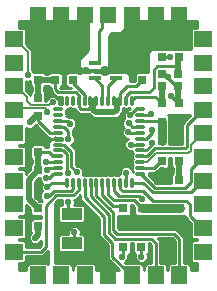
<source format=gtl>
%FSLAX46Y46*%
G04 Gerber Fmt 4.6, Leading zero omitted, Abs format (unit mm)*
G04 Created by KiCad (PCBNEW (2014-jul-16 BZR unknown)-product) date Wed 11 Feb 2015 12:50:59 PM CET*
%MOMM*%
G01*
G04 APERTURE LIST*
%ADD10C,0.150000*%
%ADD11R,0.762000X0.787400*%
%ADD12R,0.787400X0.762000*%
%ADD13R,1.800000X1.000000*%
%ADD14O,0.280000X0.850000*%
%ADD15O,0.850000X0.280000*%
%ADD16R,1.150000X1.150000*%
%ADD17R,1.000760X0.398780*%
%ADD18R,1.500000X1.400000*%
%ADD19R,1.400000X1.500000*%
%ADD20R,0.750000X0.650000*%
%ADD21R,1.400000X1.400000*%
%ADD22C,0.558800*%
%ADD23C,0.876300*%
%ADD24C,0.254000*%
%ADD25C,0.508000*%
%ADD26C,0.203200*%
%ADD27C,0.152400*%
%ADD28C,0.762000*%
%ADD29C,0.406400*%
%ADD30C,0.228600*%
G04 APERTURE END LIST*
D10*
D11*
X167030000Y-119619300D03*
X167030000Y-118120700D03*
X168640000Y-119619300D03*
X168640000Y-118120700D03*
X170250000Y-119619300D03*
X170250000Y-118120700D03*
D12*
X170169300Y-110790000D03*
X168670700Y-110790000D03*
D11*
X158198200Y-105738100D03*
X158198200Y-107236700D03*
D12*
X170169300Y-112410000D03*
X168670700Y-112410000D03*
D11*
X159670000Y-105740700D03*
X159670000Y-107239300D03*
X167050000Y-105740700D03*
X167050000Y-107239300D03*
X158200000Y-114910700D03*
X158200000Y-116409300D03*
X158200000Y-113369300D03*
X158200000Y-111870700D03*
X165430000Y-118120700D03*
X165430000Y-119619300D03*
D12*
X168670700Y-105330000D03*
X170169300Y-105330000D03*
X170169300Y-109210000D03*
X168670700Y-109210000D03*
X168670700Y-115710000D03*
X170169300Y-115710000D03*
X170169300Y-114100000D03*
X168670700Y-114100000D03*
D11*
X161170000Y-105740700D03*
X161170000Y-107239300D03*
D12*
X165450700Y-121400000D03*
X166949300Y-121400000D03*
D13*
X161060000Y-118560000D03*
X161060000Y-121060000D03*
D14*
X160661720Y-115943520D03*
X161162100Y-115943520D03*
X161662480Y-115943520D03*
X162162860Y-115943520D03*
X162660700Y-115943520D03*
X163161080Y-115943520D03*
X163661460Y-115943520D03*
X164161840Y-115943520D03*
X164662220Y-115943520D03*
X165162600Y-115943520D03*
X165662980Y-115943520D03*
X166160820Y-115943520D03*
X162157780Y-108996480D03*
X161659940Y-108996480D03*
X161159560Y-108996480D03*
X160659180Y-108996480D03*
D15*
X166886060Y-113219300D03*
X166886060Y-112721460D03*
X166886060Y-112221080D03*
X166886060Y-111720700D03*
X166886060Y-111220320D03*
X166886060Y-110719940D03*
X166886060Y-110219560D03*
X166886060Y-109719180D03*
X166886060Y-115218280D03*
X166886060Y-114717900D03*
X166886060Y-114217520D03*
X166886060Y-113719680D03*
D14*
X166158280Y-108996480D03*
X165657900Y-108996480D03*
X165160060Y-108996480D03*
X164659680Y-108996480D03*
X164159300Y-108996480D03*
X163658920Y-108996480D03*
X163158540Y-108996480D03*
X162658160Y-108996480D03*
D15*
X159936480Y-109719180D03*
X159936480Y-110219560D03*
X159936480Y-110719940D03*
X159936480Y-111217780D03*
X159936480Y-111718160D03*
X159936480Y-112218540D03*
X159936480Y-112718920D03*
X159936480Y-113219300D03*
X159936480Y-113719680D03*
X159936480Y-114220060D03*
X159936480Y-114717900D03*
X159936480Y-115218280D03*
D16*
X161931720Y-113948280D03*
X161931720Y-112470000D03*
X161931720Y-110991720D03*
X163410000Y-113948280D03*
X163410000Y-112470000D03*
X163410000Y-110991720D03*
X164888280Y-113948280D03*
X164888280Y-112470000D03*
X164888280Y-110991720D03*
D17*
X164803400Y-107100480D03*
X164803400Y-106450240D03*
X164803400Y-105800000D03*
X163000000Y-105800000D03*
X163000000Y-106450240D03*
X163000000Y-107100480D03*
D11*
X158200000Y-108780700D03*
X158200000Y-110279300D03*
X158200000Y-118130700D03*
X158200000Y-119629300D03*
D18*
X156184600Y-103777400D03*
X156184600Y-105777400D03*
X156184600Y-107777400D03*
X156184600Y-109777400D03*
X156184600Y-111777400D03*
X156184600Y-113777400D03*
X156184600Y-115777400D03*
X156184600Y-117777400D03*
X156184600Y-119777400D03*
X156184600Y-121777400D03*
X172180000Y-103781400D03*
X172180000Y-105781400D03*
X172180000Y-107781400D03*
X172180000Y-109781400D03*
X172180000Y-111781400D03*
X172180000Y-113781400D03*
X172180000Y-115781400D03*
X172180000Y-117781400D03*
X172180000Y-119781400D03*
X172180000Y-121781400D03*
D19*
X158181400Y-123780000D03*
X160181400Y-123780000D03*
X162181400Y-123780000D03*
X164181400Y-123780000D03*
X166181400Y-123780000D03*
X168181400Y-123780000D03*
X170181400Y-123780000D03*
D20*
X170050000Y-107760000D03*
X168750000Y-107760000D03*
X168750000Y-106760000D03*
X170050000Y-106760000D03*
D21*
X158181400Y-101780000D03*
X160181400Y-101780000D03*
X162181400Y-101780000D03*
X164181400Y-101780000D03*
X166181400Y-101780000D03*
X168181400Y-101780000D03*
X170181400Y-101780000D03*
D22*
X160770000Y-112280000D03*
X165300000Y-122220000D03*
X167000000Y-117310000D03*
X165670000Y-115120000D03*
X158950000Y-117070000D03*
X159010000Y-116340000D03*
X158910000Y-115590000D03*
X159000000Y-114880000D03*
X158890000Y-114180000D03*
X159000000Y-109940000D03*
X166020000Y-110230000D03*
X167750000Y-110150000D03*
X159470000Y-109150000D03*
X165880000Y-110920000D03*
X165870000Y-111680000D03*
X157340000Y-106840000D03*
X167870000Y-111480000D03*
X166070000Y-112720000D03*
X167860000Y-112560000D03*
X160950000Y-110950000D03*
D23*
X163620000Y-121460000D03*
D22*
X163210000Y-119050000D03*
X157860000Y-122320000D03*
X159140000Y-108440000D03*
X157380000Y-107980000D03*
X158170000Y-117150000D03*
X157360000Y-119660000D03*
X166150000Y-122510000D03*
X156920000Y-102530000D03*
X171440000Y-102500000D03*
X170900000Y-120790000D03*
X171430000Y-123050000D03*
X156940000Y-123040000D03*
X157400000Y-112390000D03*
D23*
X158950000Y-105738100D03*
X160430000Y-105740700D03*
D22*
X169260000Y-107040000D03*
X169470000Y-108580000D03*
D23*
X167040000Y-104890000D03*
D22*
X169360000Y-105340000D03*
X166230000Y-119619300D03*
X167830000Y-119619300D03*
X169440000Y-119619300D03*
X168740000Y-114890000D03*
X169530000Y-111460000D03*
X165540000Y-105760000D03*
X166380000Y-106460000D03*
X165550000Y-106450000D03*
X166380000Y-105790000D03*
D23*
X163890000Y-106450240D03*
D22*
X161400000Y-106430000D03*
X162280000Y-106440000D03*
X161931720Y-112470000D03*
X163410000Y-112470000D03*
X164888280Y-112470000D03*
X164888280Y-113948280D03*
X163410000Y-113948280D03*
X161931720Y-113948280D03*
X163410000Y-110991720D03*
X164888280Y-110991720D03*
X162110000Y-111140000D03*
D23*
X170180000Y-103770000D03*
X168180000Y-103760000D03*
X166180000Y-103770000D03*
X158180000Y-103770000D03*
X160180000Y-103770000D03*
X162190000Y-103770000D03*
X164820000Y-104900000D03*
X169240000Y-121860000D03*
D22*
X159150000Y-112370000D03*
X157500000Y-110850000D03*
X157970000Y-120610000D03*
X166950000Y-122210000D03*
X167830000Y-118120700D03*
X169440000Y-118120700D03*
X168670700Y-111580000D03*
X160760000Y-115090000D03*
X160770000Y-117610000D03*
X161520000Y-115080000D03*
X161280000Y-120140000D03*
D24*
X159936480Y-111217780D02*
X160447780Y-111217780D01*
X160770000Y-111540000D02*
X160770000Y-112280000D01*
X160447780Y-111217780D02*
X160770000Y-111540000D01*
D25*
X159779300Y-123377900D02*
X160181400Y-123780000D01*
D24*
X165450700Y-122069300D02*
X165300000Y-122220000D01*
X165450700Y-121400000D02*
X165450700Y-122069300D01*
X164181400Y-101978600D02*
X164181400Y-101780000D01*
X163610000Y-102351400D02*
X164181400Y-101780000D01*
X163610000Y-102880000D02*
X163610000Y-102351400D01*
X163370000Y-103120000D02*
X163610000Y-102880000D01*
X163370000Y-105640000D02*
X163370000Y-103120000D01*
X163210000Y-105800000D02*
X163370000Y-105640000D01*
X163000000Y-105800000D02*
X163210000Y-105800000D01*
X164662220Y-116672220D02*
X165040000Y-117050000D01*
X165040000Y-117050000D02*
X166740000Y-117050000D01*
X166740000Y-117050000D02*
X167000000Y-117310000D01*
X164662220Y-115943520D02*
X164662220Y-116672220D01*
X165162600Y-116442600D02*
X165380000Y-116660000D01*
X166150000Y-116660000D02*
X166160000Y-116660000D01*
X165380000Y-116660000D02*
X166150000Y-116660000D01*
X165162600Y-115943520D02*
X165162600Y-116442600D01*
X172071400Y-119781400D02*
X172180000Y-119781400D01*
X167120000Y-116660000D02*
X167920000Y-117460000D01*
X167920000Y-117460000D02*
X170780000Y-117460000D01*
X170780000Y-117460000D02*
X171070000Y-117750000D01*
X171070000Y-117750000D02*
X171070000Y-118780000D01*
X171070000Y-118780000D02*
X172071400Y-119781400D01*
X166150000Y-116660000D02*
X167120000Y-116660000D01*
X172148600Y-113781400D02*
X172180000Y-113781400D01*
X171160000Y-114770000D02*
X172148600Y-113781400D01*
X171160000Y-115880000D02*
X171160000Y-114770000D01*
X166938280Y-115218280D02*
X168080000Y-116360000D01*
X166886060Y-115218280D02*
X166938280Y-115218280D01*
X170680000Y-116360000D02*
X171160000Y-115880000D01*
X168080000Y-116360000D02*
X170680000Y-116360000D01*
X172180000Y-115800000D02*
X172180000Y-115781400D01*
X167103520Y-115943520D02*
X167915000Y-116755000D01*
X166160820Y-115943520D02*
X167103520Y-115943520D01*
X172108600Y-115781400D02*
X172180000Y-115781400D01*
X171135000Y-116755000D02*
X172108600Y-115781400D01*
X167915000Y-116755000D02*
X171135000Y-116755000D01*
X165662980Y-115127020D02*
X165670000Y-115120000D01*
X165662980Y-115943520D02*
X165662980Y-115127020D01*
X163161080Y-117049898D02*
X164280000Y-118168818D01*
X164280000Y-118168818D02*
X164280000Y-118170000D01*
X164280000Y-118170000D02*
X164590000Y-118480000D01*
X164590000Y-118480000D02*
X164590000Y-119710000D01*
X170181400Y-121211400D02*
X170181400Y-123780000D01*
X163161080Y-115943520D02*
X163161080Y-117049898D01*
X170181400Y-120751400D02*
X170181400Y-121211400D01*
X164590000Y-119920000D02*
X164940000Y-120270000D01*
X164940000Y-120270000D02*
X169700000Y-120270000D01*
X169700000Y-120270000D02*
X170181400Y-120751400D01*
X164590000Y-119710000D02*
X164590000Y-119920000D01*
X162660700Y-117110700D02*
X164200000Y-118650000D01*
X164200000Y-118650000D02*
X164200000Y-119750000D01*
X168181400Y-121621400D02*
X168181400Y-123780000D01*
X162660700Y-115943520D02*
X162660700Y-117110700D01*
X164200000Y-120150000D02*
X164730000Y-120680000D01*
X168181400Y-121051400D02*
X168181400Y-121621400D01*
X164200000Y-119750000D02*
X164200000Y-120150000D01*
X167810000Y-120680000D02*
X168181400Y-121051400D01*
X164730000Y-120680000D02*
X167810000Y-120680000D01*
X161662480Y-116557520D02*
X161200000Y-117020000D01*
X161200000Y-117020000D02*
X159770000Y-117020000D01*
X159770000Y-117020000D02*
X158850000Y-117940000D01*
X158850000Y-117940000D02*
X158850000Y-121370000D01*
X158850000Y-121370000D02*
X158442600Y-121777400D01*
X158442600Y-121777400D02*
X156184600Y-121777400D01*
X161662480Y-115943520D02*
X161662480Y-116557520D01*
X161162100Y-115943520D02*
X161162100Y-116457900D01*
X159130000Y-117070000D02*
X158950000Y-117070000D01*
X159570000Y-116630000D02*
X159130000Y-117070000D01*
X160990000Y-116630000D02*
X159570000Y-116630000D01*
X161162100Y-116457900D02*
X160990000Y-116630000D01*
X160661720Y-115943520D02*
X159406480Y-115943520D01*
X159406480Y-115943520D02*
X159010000Y-116340000D01*
X159936480Y-115218280D02*
X159511720Y-115218280D01*
X159511720Y-115218280D02*
X159140000Y-115590000D01*
X159140000Y-115590000D02*
X158910000Y-115590000D01*
X159936480Y-114717900D02*
X159162100Y-114717900D01*
X159162100Y-114717900D02*
X159000000Y-114880000D01*
X159936480Y-114220060D02*
X158930060Y-114220060D01*
X158930060Y-114220060D02*
X158890000Y-114180000D01*
X166886060Y-109719180D02*
X166530820Y-109719180D01*
D26*
X159000000Y-109940000D02*
X159000000Y-109950000D01*
D27*
X156302000Y-109660000D02*
X156184600Y-109777400D01*
X159000000Y-109869402D02*
X158790598Y-109660000D01*
X158790598Y-109660000D02*
X156302000Y-109660000D01*
X159000000Y-109940000D02*
X159000000Y-109869402D01*
D24*
X166530820Y-109719180D02*
X166020000Y-110230000D01*
D27*
X157565000Y-109325000D02*
X157270000Y-109030000D01*
X157270000Y-108700000D02*
X156347400Y-107777400D01*
X157270000Y-109030000D02*
X157270000Y-108700000D01*
X157620000Y-109380000D02*
X157565000Y-109325000D01*
D24*
X167680440Y-110219560D02*
X167750000Y-110150000D01*
X166886060Y-110219560D02*
X167680440Y-110219560D01*
X156537400Y-107777400D02*
X156184600Y-107777400D01*
D27*
X159390000Y-109150000D02*
X159160000Y-109380000D01*
X159160000Y-109380000D02*
X157620000Y-109380000D01*
X159470000Y-109150000D02*
X159390000Y-109150000D01*
X156347400Y-107777400D02*
X156184600Y-107777400D01*
D24*
X166180320Y-111220320D02*
X165880000Y-110920000D01*
X166886060Y-111220320D02*
X166180320Y-111220320D01*
X166886060Y-111720700D02*
X165910700Y-111720700D01*
X165910700Y-111720700D02*
X165870000Y-111680000D01*
D26*
X156247400Y-103777400D02*
X156184600Y-103777400D01*
X157340000Y-106840000D02*
X157350000Y-106830000D01*
X157350000Y-106830000D02*
X157350000Y-104880000D01*
X157350000Y-104880000D02*
X156247400Y-103777400D01*
D24*
X167368920Y-112221080D02*
X167870000Y-111720000D01*
X167870000Y-111720000D02*
X167870000Y-111480000D01*
X166886060Y-112221080D02*
X167368920Y-112221080D01*
X166071460Y-112721460D02*
X166070000Y-112720000D01*
X166886060Y-112721460D02*
X166071460Y-112721460D01*
X167360700Y-113219300D02*
X167860000Y-112720000D01*
X167860000Y-112720000D02*
X167860000Y-112560000D01*
X166886060Y-113219300D02*
X167360700Y-113219300D01*
X172098600Y-109781400D02*
X172180000Y-109781400D01*
X167410320Y-113719680D02*
X168080000Y-113050000D01*
X168080000Y-113050000D02*
X170690000Y-113050000D01*
X170690000Y-113050000D02*
X170834398Y-112905602D01*
X170834398Y-112905602D02*
X170834398Y-111045602D01*
X170834398Y-111045602D02*
X172098600Y-109781400D01*
X166886060Y-113719680D02*
X167410320Y-113719680D01*
D27*
X172180000Y-112020000D02*
X172180000Y-111781400D01*
X172108600Y-111781400D02*
X172180000Y-111781400D01*
D26*
X172128600Y-111781400D02*
X172180000Y-111781400D01*
X168170000Y-113470000D02*
X170950000Y-113470000D01*
X170950000Y-113470000D02*
X171190000Y-113230000D01*
X171190000Y-113230000D02*
X171190000Y-112720000D01*
X171190000Y-112720000D02*
X172128600Y-111781400D01*
X166886060Y-114217520D02*
X167422480Y-114217520D01*
X168170000Y-113470000D02*
X167422480Y-114217520D01*
D24*
X168650000Y-114100000D02*
X168670700Y-114100000D01*
X168032100Y-114717900D02*
X168650000Y-114100000D01*
X166886060Y-114717900D02*
X168032100Y-114717900D01*
X163100480Y-107100480D02*
X162960000Y-107100480D01*
X163658920Y-107759400D02*
X163000000Y-107100480D01*
X163658920Y-108996480D02*
X163658920Y-107759400D01*
X164699520Y-107100480D02*
X164763400Y-107100480D01*
X164159300Y-107744580D02*
X164803400Y-107100480D01*
X164159300Y-108996480D02*
X164159300Y-107744580D01*
X159936480Y-110719940D02*
X160719940Y-110719940D01*
X160719940Y-110719940D02*
X160950000Y-110950000D01*
X158200000Y-117120000D02*
X158170000Y-117150000D01*
X158200000Y-116409300D02*
X158200000Y-117120000D01*
D25*
X170349300Y-119619300D02*
X170900000Y-120170000D01*
X170900000Y-120170000D02*
X170900000Y-120790000D01*
D28*
X166230000Y-119619300D02*
X165430000Y-119619300D01*
X167030000Y-119619300D02*
X166230000Y-119619300D01*
X169440000Y-119619300D02*
X170250000Y-119619300D01*
X168640000Y-119619300D02*
X169440000Y-119619300D01*
X167830000Y-119619300D02*
X168640000Y-119619300D01*
X167030000Y-119619300D02*
X167830000Y-119619300D01*
D24*
X158547840Y-112218540D02*
X158200000Y-111870700D01*
X159936480Y-112218540D02*
X158547840Y-112218540D01*
D28*
X170169300Y-111500000D02*
X170169300Y-112410000D01*
X170169300Y-110790000D02*
X170169300Y-111500000D01*
D25*
X170050000Y-109090700D02*
X170169300Y-109210000D01*
X170050000Y-107760000D02*
X170050000Y-109090700D01*
D24*
X168880000Y-106760000D02*
X168750000Y-106760000D01*
X169880000Y-107760000D02*
X168880000Y-106760000D01*
X170050000Y-107760000D02*
X169880000Y-107760000D01*
X157919300Y-111870700D02*
X157400000Y-112390000D01*
X158200000Y-111870700D02*
X157919300Y-111870700D01*
D25*
X159667400Y-105738100D02*
X159670000Y-105740700D01*
X158950000Y-105738100D02*
X159667400Y-105738100D01*
X158198200Y-105738100D02*
X158950000Y-105738100D01*
X160430000Y-105740700D02*
X161170000Y-105740700D01*
X159670000Y-105740700D02*
X160430000Y-105740700D01*
D29*
X163890000Y-106450240D02*
X164803400Y-106450240D01*
X163000000Y-106450240D02*
X163890000Y-106450240D01*
D24*
X168980000Y-106760000D02*
X169260000Y-107040000D01*
X168750000Y-106760000D02*
X168980000Y-106760000D01*
X170100000Y-109210000D02*
X169470000Y-108580000D01*
X170169300Y-109210000D02*
X170100000Y-109210000D01*
X167050000Y-104900000D02*
X167040000Y-104890000D01*
X167050000Y-105740700D02*
X167050000Y-104900000D01*
X169350000Y-105330000D02*
X169360000Y-105340000D01*
X168670700Y-105330000D02*
X169350000Y-105330000D01*
X168670700Y-114959300D02*
X168740000Y-114890000D01*
X168670700Y-115710000D02*
X168670700Y-114959300D01*
X169570000Y-111500000D02*
X169530000Y-111460000D01*
X170169300Y-111500000D02*
X169570000Y-111500000D01*
X165540000Y-105760000D02*
X165500000Y-105800000D01*
X165500000Y-105800000D02*
X164803400Y-105800000D01*
X166380000Y-105790000D02*
X166380000Y-106460000D01*
X166370000Y-106450000D02*
X166380000Y-106460000D01*
X164803400Y-106450240D02*
X165549760Y-106450240D01*
X165549760Y-106450240D02*
X165550000Y-106450000D01*
X165550000Y-106450000D02*
X166370000Y-106450000D01*
X161410000Y-106440000D02*
X161400000Y-106430000D01*
X163000000Y-106450240D02*
X162290240Y-106450240D01*
X162290240Y-106450240D02*
X162280000Y-106440000D01*
X162280000Y-106440000D02*
X161410000Y-106440000D01*
D25*
X170250000Y-119619300D02*
X170349300Y-119619300D01*
D24*
X164803400Y-104916600D02*
X164820000Y-104900000D01*
X164803400Y-105800000D02*
X164803400Y-104916600D01*
X159301460Y-112218540D02*
X159150000Y-112370000D01*
X159936480Y-112218540D02*
X159301460Y-112218540D01*
D25*
X158070700Y-110279300D02*
X157500000Y-110850000D01*
X158200000Y-120380000D02*
X157970000Y-120610000D01*
X158200000Y-119629300D02*
X158200000Y-120380000D01*
D28*
X169440000Y-118120700D02*
X170250000Y-118120700D01*
X168640000Y-118120700D02*
X169440000Y-118120700D01*
X167830000Y-118120700D02*
X168640000Y-118120700D01*
X167030000Y-118120700D02*
X167830000Y-118120700D01*
D24*
X164161840Y-115943520D02*
X164161840Y-116490000D01*
X166349300Y-117440000D02*
X167030000Y-118120700D01*
X165490000Y-117440000D02*
X166349300Y-117440000D01*
X159208160Y-111718160D02*
X158200000Y-110710000D01*
X158200000Y-110710000D02*
X158200000Y-110279300D01*
X159936480Y-111718160D02*
X159208160Y-111718160D01*
D28*
X168670700Y-111580000D02*
X168670700Y-110790000D01*
X168670700Y-112410000D02*
X168670700Y-111580000D01*
D24*
X168600640Y-110719940D02*
X168670700Y-110790000D01*
X166886060Y-110719940D02*
X168600640Y-110719940D01*
X164650000Y-117440000D02*
X164160000Y-116950000D01*
X164160000Y-116950000D02*
X164160000Y-116490000D01*
X164160000Y-116490000D02*
X164161840Y-116490000D01*
X165490000Y-117440000D02*
X164650000Y-117440000D01*
X166949300Y-122209300D02*
X166950000Y-122210000D01*
X166949300Y-121400000D02*
X166949300Y-122209300D01*
D25*
X158200000Y-110279300D02*
X158070700Y-110279300D01*
D24*
X162910000Y-108996480D02*
X163158540Y-108996480D01*
X162900000Y-108996480D02*
X162910000Y-108996480D01*
X162658160Y-108996480D02*
X162900000Y-108996480D01*
X161659940Y-109509940D02*
X161880000Y-109730000D01*
X161880000Y-109730000D02*
X162440000Y-109730000D01*
X162440000Y-109730000D02*
X162658160Y-109511840D01*
X162658160Y-109511840D02*
X162658160Y-108996480D01*
X161659940Y-108996480D02*
X161659940Y-109509940D01*
X164920000Y-108996480D02*
X165160060Y-108996480D01*
X164900000Y-108996480D02*
X164920000Y-108996480D01*
X164659680Y-108996480D02*
X164900000Y-108996480D01*
D25*
X162900000Y-109760000D02*
X163130000Y-109990000D01*
X163130000Y-109990000D02*
X164670000Y-109990000D01*
X164670000Y-109990000D02*
X164900000Y-109760000D01*
X164900000Y-109760000D02*
X164900000Y-108996480D01*
X162900000Y-108996480D02*
X162900000Y-109760000D01*
D24*
X161659940Y-108569940D02*
X161390000Y-108300000D01*
X161390000Y-108300000D02*
X159940000Y-108300000D01*
X159940000Y-108300000D02*
X159670000Y-108030000D01*
X159670000Y-108030000D02*
X159670000Y-107239300D01*
X161659940Y-108996480D02*
X161659940Y-108569940D01*
X165160060Y-108339940D02*
X165750000Y-107750000D01*
X165750000Y-107750000D02*
X166539300Y-107750000D01*
X166539300Y-107750000D02*
X167050000Y-107239300D01*
X165160060Y-108996480D02*
X165160060Y-108339940D01*
D25*
X158200000Y-107238500D02*
X158198200Y-107236700D01*
X158200000Y-108780700D02*
X158200000Y-107238500D01*
X159667400Y-107236700D02*
X159670000Y-107239300D01*
X158198200Y-107236700D02*
X159667400Y-107236700D01*
D24*
X159936480Y-113719680D02*
X159489680Y-113719680D01*
X159130000Y-113360000D02*
X158209300Y-113360000D01*
X159489680Y-113719680D02*
X159130000Y-113360000D01*
X158209300Y-113360000D02*
X158200000Y-113369300D01*
D25*
X158200000Y-113369300D02*
X158200000Y-114910700D01*
X157410000Y-115700700D02*
X158200000Y-114910700D01*
X157410000Y-117330000D02*
X157410000Y-115700700D01*
X158200000Y-118120000D02*
X157410000Y-117330000D01*
X158200000Y-118130700D02*
X158200000Y-118120000D01*
D24*
X163661460Y-115943520D02*
X163661460Y-117011460D01*
X163661460Y-117011460D02*
X163715000Y-117065000D01*
X163715000Y-117065000D02*
X164295000Y-117645000D01*
X165219300Y-117910000D02*
X165430000Y-118120700D01*
X164560000Y-117910000D02*
X165219300Y-117910000D01*
X164295000Y-117645000D02*
X164560000Y-117910000D01*
D25*
X170050000Y-106360000D02*
X170050000Y-105449300D01*
X170050000Y-106760000D02*
X170050000Y-106360000D01*
X170050000Y-105449300D02*
X170169300Y-105330000D01*
D24*
X169780000Y-106090000D02*
X170050000Y-106360000D01*
X168330000Y-106090000D02*
X169780000Y-106090000D01*
X168040000Y-106380000D02*
X168330000Y-106090000D01*
X168040000Y-107900000D02*
X168040000Y-106380000D01*
X167650000Y-108290000D02*
X168040000Y-107900000D01*
X166010000Y-108290000D02*
X167650000Y-108290000D01*
X165657900Y-108642100D02*
X166010000Y-108290000D01*
X165657900Y-108996480D02*
X165657900Y-108642100D01*
D25*
X168750000Y-109130700D02*
X168670700Y-109210000D01*
X168750000Y-107760000D02*
X168750000Y-109130700D01*
D24*
X168140700Y-108680000D02*
X168670700Y-109210000D01*
X166440000Y-108680000D02*
X168140700Y-108680000D01*
X166158280Y-108961720D02*
X166440000Y-108680000D01*
X166158280Y-108996480D02*
X166158280Y-108961720D01*
D25*
X170169300Y-114100000D02*
X170169300Y-115710000D01*
D24*
X161170000Y-107520000D02*
X161170000Y-107239300D01*
X162157780Y-108507780D02*
X161170000Y-107520000D01*
X162157780Y-108996480D02*
X162157780Y-108507780D01*
X159936480Y-113219300D02*
X160369300Y-113219300D01*
X160630000Y-114960000D02*
X160760000Y-115090000D01*
X160630000Y-113480000D02*
X160630000Y-114960000D01*
X160369300Y-113219300D02*
X160630000Y-113480000D01*
X161030000Y-118290000D02*
X161610000Y-118870000D01*
X161030000Y-118530000D02*
X161060000Y-118560000D01*
X160750000Y-118250000D02*
X161060000Y-118560000D01*
X160770000Y-117610000D02*
X160750000Y-117630000D01*
X160750000Y-117630000D02*
X160750000Y-118250000D01*
X159936480Y-112718920D02*
X160438920Y-112718920D01*
X160438920Y-112718920D02*
X161030000Y-113310000D01*
X161520000Y-115070000D02*
X161520000Y-115080000D01*
X161030000Y-114580000D02*
X161520000Y-115070000D01*
X161030000Y-113310000D02*
X161030000Y-114580000D01*
X161060000Y-120950000D02*
X161060000Y-121060000D01*
X161300000Y-120820000D02*
X161060000Y-121060000D01*
X161280000Y-120140000D02*
X161300000Y-120160000D01*
X161300000Y-120160000D02*
X161300000Y-120820000D01*
X162162860Y-117182860D02*
X163810000Y-118830000D01*
X163810000Y-118830000D02*
X163810000Y-120270000D01*
X162162860Y-115943520D02*
X162162860Y-117182860D01*
X166050000Y-123780000D02*
X166181400Y-123780000D01*
X163810000Y-120360000D02*
X164500000Y-121050000D01*
X164500000Y-121050000D02*
X164500000Y-122230000D01*
X164500000Y-122230000D02*
X166050000Y-123780000D01*
X163810000Y-120270000D02*
X163810000Y-120360000D01*
D30*
G36*
X157679300Y-108156192D02*
X157667927Y-108160903D01*
X157592903Y-108235927D01*
X157552300Y-108333950D01*
X157552300Y-108440050D01*
X157552300Y-108517147D01*
X157512467Y-108457533D01*
X157201300Y-108146366D01*
X157201300Y-107373715D01*
X157230897Y-107386005D01*
X157448149Y-107386195D01*
X157550500Y-107343904D01*
X157550500Y-107683450D01*
X157591103Y-107781473D01*
X157666127Y-107856497D01*
X157679300Y-107861953D01*
X157679300Y-108156192D01*
X157679300Y-108156192D01*
G37*
X157679300Y-108156192D02*
X157667927Y-108160903D01*
X157592903Y-108235927D01*
X157552300Y-108333950D01*
X157552300Y-108440050D01*
X157552300Y-108517147D01*
X157512467Y-108457533D01*
X157201300Y-108146366D01*
X157201300Y-107373715D01*
X157230897Y-107386005D01*
X157448149Y-107386195D01*
X157550500Y-107343904D01*
X157550500Y-107683450D01*
X157591103Y-107781473D01*
X157666127Y-107856497D01*
X157679300Y-107861953D01*
X157679300Y-108156192D01*
G36*
X160243838Y-112123108D02*
X160223995Y-112170897D01*
X160223871Y-112312220D01*
X159637929Y-112312220D01*
X159617206Y-112316341D01*
X159616060Y-112120510D01*
X159637929Y-112124860D01*
X160235031Y-112124860D01*
X160243838Y-112123108D01*
X160243838Y-112123108D01*
G37*
X160243838Y-112123108D02*
X160223995Y-112170897D01*
X160223871Y-112312220D01*
X159637929Y-112312220D01*
X159617206Y-112316341D01*
X159616060Y-112120510D01*
X159637929Y-112124860D01*
X160235031Y-112124860D01*
X160243838Y-112123108D01*
G36*
X160256812Y-109316812D02*
X160235031Y-109312480D01*
X159993840Y-109312480D01*
X160016005Y-109259103D01*
X160016195Y-109041851D01*
X159933231Y-108841063D01*
X159779745Y-108687309D01*
X159579103Y-108603995D01*
X159361851Y-108603805D01*
X159161063Y-108686769D01*
X159007309Y-108840255D01*
X158925571Y-109037100D01*
X158847700Y-109037100D01*
X158847700Y-108333950D01*
X158807097Y-108235927D01*
X158732073Y-108160903D01*
X158720700Y-108156192D01*
X158720700Y-107860462D01*
X158730273Y-107856497D01*
X158805297Y-107781473D01*
X158815268Y-107757400D01*
X159051854Y-107757400D01*
X159062903Y-107784073D01*
X159137927Y-107859097D01*
X159235950Y-107899700D01*
X159276300Y-107899700D01*
X159276300Y-108030000D01*
X159306269Y-108180663D01*
X159391612Y-108308388D01*
X159661612Y-108578388D01*
X159789338Y-108663731D01*
X159940000Y-108693700D01*
X160253321Y-108693700D01*
X160252480Y-108697929D01*
X160252480Y-109295031D01*
X160256812Y-109316812D01*
X160256812Y-109316812D01*
G37*
X160256812Y-109316812D02*
X160235031Y-109312480D01*
X159993840Y-109312480D01*
X160016005Y-109259103D01*
X160016195Y-109041851D01*
X159933231Y-108841063D01*
X159779745Y-108687309D01*
X159579103Y-108603995D01*
X159361851Y-108603805D01*
X159161063Y-108686769D01*
X159007309Y-108840255D01*
X158925571Y-109037100D01*
X158847700Y-109037100D01*
X158847700Y-108333950D01*
X158807097Y-108235927D01*
X158732073Y-108160903D01*
X158720700Y-108156192D01*
X158720700Y-107860462D01*
X158730273Y-107856497D01*
X158805297Y-107781473D01*
X158815268Y-107757400D01*
X159051854Y-107757400D01*
X159062903Y-107784073D01*
X159137927Y-107859097D01*
X159235950Y-107899700D01*
X159276300Y-107899700D01*
X159276300Y-108030000D01*
X159306269Y-108180663D01*
X159391612Y-108308388D01*
X159661612Y-108578388D01*
X159789338Y-108663731D01*
X159940000Y-108693700D01*
X160253321Y-108693700D01*
X160252480Y-108697929D01*
X160252480Y-109295031D01*
X160256812Y-109316812D01*
G36*
X162575700Y-106545700D02*
X161912655Y-106545700D01*
X161770462Y-106687892D01*
X161702073Y-106619503D01*
X161604050Y-106578900D01*
X161497950Y-106578900D01*
X160735950Y-106578900D01*
X160637927Y-106619503D01*
X160562903Y-106694527D01*
X160522300Y-106792550D01*
X160522300Y-106898650D01*
X160522300Y-107686050D01*
X160562903Y-107784073D01*
X160637927Y-107859097D01*
X160735950Y-107899700D01*
X160842050Y-107899700D01*
X160992924Y-107899700D01*
X160999524Y-107906300D01*
X160103076Y-107906300D01*
X160096476Y-107899700D01*
X160104050Y-107899700D01*
X160202073Y-107859097D01*
X160277097Y-107784073D01*
X160317700Y-107686050D01*
X160317700Y-107579950D01*
X160317700Y-106792550D01*
X160277097Y-106694527D01*
X160202073Y-106619503D01*
X160104050Y-106578900D01*
X159997950Y-106578900D01*
X159235950Y-106578900D01*
X159137927Y-106619503D01*
X159062903Y-106694527D01*
X159054008Y-106716000D01*
X158815268Y-106716000D01*
X158805297Y-106691927D01*
X158730273Y-106616903D01*
X158632250Y-106576300D01*
X158526150Y-106576300D01*
X157821922Y-106576300D01*
X157803231Y-106531063D01*
X157718300Y-106445983D01*
X157718300Y-104880000D01*
X157694916Y-104762440D01*
X157690265Y-104739058D01*
X157690265Y-104739057D01*
X157610428Y-104619573D01*
X157201300Y-104210445D01*
X157201300Y-103024350D01*
X157160697Y-102926327D01*
X157085673Y-102851303D01*
X156987650Y-102810700D01*
X156881550Y-102810700D01*
X156627200Y-102810700D01*
X156627200Y-102237200D01*
X162475700Y-102237200D01*
X162475700Y-104672655D01*
X161675700Y-105472655D01*
X161675700Y-106147345D01*
X161912655Y-106384300D01*
X162575700Y-106384300D01*
X162575700Y-106545700D01*
X162575700Y-106545700D01*
G37*
X162575700Y-106545700D02*
X161912655Y-106545700D01*
X161770462Y-106687892D01*
X161702073Y-106619503D01*
X161604050Y-106578900D01*
X161497950Y-106578900D01*
X160735950Y-106578900D01*
X160637927Y-106619503D01*
X160562903Y-106694527D01*
X160522300Y-106792550D01*
X160522300Y-106898650D01*
X160522300Y-107686050D01*
X160562903Y-107784073D01*
X160637927Y-107859097D01*
X160735950Y-107899700D01*
X160842050Y-107899700D01*
X160992924Y-107899700D01*
X160999524Y-107906300D01*
X160103076Y-107906300D01*
X160096476Y-107899700D01*
X160104050Y-107899700D01*
X160202073Y-107859097D01*
X160277097Y-107784073D01*
X160317700Y-107686050D01*
X160317700Y-107579950D01*
X160317700Y-106792550D01*
X160277097Y-106694527D01*
X160202073Y-106619503D01*
X160104050Y-106578900D01*
X159997950Y-106578900D01*
X159235950Y-106578900D01*
X159137927Y-106619503D01*
X159062903Y-106694527D01*
X159054008Y-106716000D01*
X158815268Y-106716000D01*
X158805297Y-106691927D01*
X158730273Y-106616903D01*
X158632250Y-106576300D01*
X158526150Y-106576300D01*
X157821922Y-106576300D01*
X157803231Y-106531063D01*
X157718300Y-106445983D01*
X157718300Y-104880000D01*
X157694916Y-104762440D01*
X157690265Y-104739058D01*
X157690265Y-104739057D01*
X157610428Y-104619573D01*
X157201300Y-104210445D01*
X157201300Y-103024350D01*
X157160697Y-102926327D01*
X157085673Y-102851303D01*
X156987650Y-102810700D01*
X156881550Y-102810700D01*
X156627200Y-102810700D01*
X156627200Y-102237200D01*
X162475700Y-102237200D01*
X162475700Y-104672655D01*
X161675700Y-105472655D01*
X161675700Y-106147345D01*
X161912655Y-106384300D01*
X162575700Y-106384300D01*
X162575700Y-106545700D01*
G36*
X165036024Y-123322800D02*
X163148100Y-123322800D01*
X163148100Y-122976950D01*
X163107497Y-122878927D01*
X163032473Y-122803903D01*
X162934450Y-122763300D01*
X162828350Y-122763300D01*
X162226700Y-122763300D01*
X162226700Y-121613050D01*
X162226700Y-121506950D01*
X162226700Y-120506950D01*
X162186097Y-120408927D01*
X162111073Y-120333903D01*
X162013050Y-120293300D01*
X161906950Y-120293300D01*
X161807652Y-120293300D01*
X161826005Y-120249103D01*
X161826195Y-120031851D01*
X161743231Y-119831063D01*
X161589745Y-119677309D01*
X161389103Y-119593995D01*
X161171851Y-119593805D01*
X160971063Y-119676769D01*
X160817309Y-119830255D01*
X160733995Y-120030897D01*
X160733805Y-120248149D01*
X160752461Y-120293300D01*
X160106950Y-120293300D01*
X160008927Y-120333903D01*
X159933903Y-120408927D01*
X159893300Y-120506950D01*
X159893300Y-120613050D01*
X159893300Y-121613050D01*
X159933903Y-121711073D01*
X160008927Y-121786097D01*
X160106950Y-121826700D01*
X160213050Y-121826700D01*
X162013050Y-121826700D01*
X162111073Y-121786097D01*
X162186097Y-121711073D01*
X162226700Y-121613050D01*
X162226700Y-122763300D01*
X161428350Y-122763300D01*
X161330327Y-122803903D01*
X161255303Y-122878927D01*
X161214700Y-122976950D01*
X161214700Y-123083050D01*
X161214700Y-123322800D01*
X161148100Y-123322800D01*
X161148100Y-122976950D01*
X161107497Y-122878927D01*
X161032473Y-122803903D01*
X160934450Y-122763300D01*
X160828350Y-122763300D01*
X159678351Y-122763300D01*
X159648705Y-117698070D01*
X159933076Y-117413700D01*
X160260202Y-117413700D01*
X160223995Y-117500897D01*
X160223805Y-117718149D01*
X160254856Y-117793300D01*
X160106950Y-117793300D01*
X160008927Y-117833903D01*
X159933903Y-117908927D01*
X159893300Y-118006950D01*
X159893300Y-118113050D01*
X159893300Y-119113050D01*
X159933903Y-119211073D01*
X160008927Y-119286097D01*
X160106950Y-119326700D01*
X160213050Y-119326700D01*
X162013050Y-119326700D01*
X162111073Y-119286097D01*
X162186097Y-119211073D01*
X162226700Y-119113050D01*
X162226700Y-119006950D01*
X162226700Y-118006950D01*
X162186097Y-117908927D01*
X162111073Y-117833903D01*
X162013050Y-117793300D01*
X161906950Y-117793300D01*
X161285195Y-117793300D01*
X161316005Y-117719103D01*
X161316195Y-117501851D01*
X161273713Y-117399037D01*
X161350662Y-117383731D01*
X161350663Y-117383731D01*
X161478388Y-117298388D01*
X161769160Y-117007616D01*
X161769160Y-117182860D01*
X161799129Y-117333523D01*
X161884472Y-117461248D01*
X163416300Y-118993076D01*
X163416300Y-120270000D01*
X163416300Y-120360000D01*
X163446269Y-120510663D01*
X163531612Y-120638388D01*
X164106300Y-121213076D01*
X164106300Y-122230000D01*
X164136269Y-122380663D01*
X164221612Y-122508388D01*
X165036024Y-123322800D01*
X165036024Y-123322800D01*
G37*
X165036024Y-123322800D02*
X163148100Y-123322800D01*
X163148100Y-122976950D01*
X163107497Y-122878927D01*
X163032473Y-122803903D01*
X162934450Y-122763300D01*
X162828350Y-122763300D01*
X162226700Y-122763300D01*
X162226700Y-121613050D01*
X162226700Y-121506950D01*
X162226700Y-120506950D01*
X162186097Y-120408927D01*
X162111073Y-120333903D01*
X162013050Y-120293300D01*
X161906950Y-120293300D01*
X161807652Y-120293300D01*
X161826005Y-120249103D01*
X161826195Y-120031851D01*
X161743231Y-119831063D01*
X161589745Y-119677309D01*
X161389103Y-119593995D01*
X161171851Y-119593805D01*
X160971063Y-119676769D01*
X160817309Y-119830255D01*
X160733995Y-120030897D01*
X160733805Y-120248149D01*
X160752461Y-120293300D01*
X160106950Y-120293300D01*
X160008927Y-120333903D01*
X159933903Y-120408927D01*
X159893300Y-120506950D01*
X159893300Y-120613050D01*
X159893300Y-121613050D01*
X159933903Y-121711073D01*
X160008927Y-121786097D01*
X160106950Y-121826700D01*
X160213050Y-121826700D01*
X162013050Y-121826700D01*
X162111073Y-121786097D01*
X162186097Y-121711073D01*
X162226700Y-121613050D01*
X162226700Y-122763300D01*
X161428350Y-122763300D01*
X161330327Y-122803903D01*
X161255303Y-122878927D01*
X161214700Y-122976950D01*
X161214700Y-123083050D01*
X161214700Y-123322800D01*
X161148100Y-123322800D01*
X161148100Y-122976950D01*
X161107497Y-122878927D01*
X161032473Y-122803903D01*
X160934450Y-122763300D01*
X160828350Y-122763300D01*
X159678351Y-122763300D01*
X159648705Y-117698070D01*
X159933076Y-117413700D01*
X160260202Y-117413700D01*
X160223995Y-117500897D01*
X160223805Y-117718149D01*
X160254856Y-117793300D01*
X160106950Y-117793300D01*
X160008927Y-117833903D01*
X159933903Y-117908927D01*
X159893300Y-118006950D01*
X159893300Y-118113050D01*
X159893300Y-119113050D01*
X159933903Y-119211073D01*
X160008927Y-119286097D01*
X160106950Y-119326700D01*
X160213050Y-119326700D01*
X162013050Y-119326700D01*
X162111073Y-119286097D01*
X162186097Y-119211073D01*
X162226700Y-119113050D01*
X162226700Y-119006950D01*
X162226700Y-118006950D01*
X162186097Y-117908927D01*
X162111073Y-117833903D01*
X162013050Y-117793300D01*
X161906950Y-117793300D01*
X161285195Y-117793300D01*
X161316005Y-117719103D01*
X161316195Y-117501851D01*
X161273713Y-117399037D01*
X161350662Y-117383731D01*
X161350663Y-117383731D01*
X161478388Y-117298388D01*
X161769160Y-117007616D01*
X161769160Y-117182860D01*
X161799129Y-117333523D01*
X161884472Y-117461248D01*
X163416300Y-118993076D01*
X163416300Y-120270000D01*
X163416300Y-120360000D01*
X163446269Y-120510663D01*
X163531612Y-120638388D01*
X164106300Y-121213076D01*
X164106300Y-122230000D01*
X164136269Y-122380663D01*
X164221612Y-122508388D01*
X165036024Y-123322800D01*
G36*
X166274945Y-114968090D02*
X166216156Y-115056073D01*
X166216195Y-115011851D01*
X166133231Y-114811063D01*
X165979745Y-114657309D01*
X165779103Y-114573995D01*
X165561851Y-114573805D01*
X165361063Y-114656769D01*
X165207309Y-114810255D01*
X165123995Y-115010897D01*
X165123805Y-115228149D01*
X165130615Y-115244631D01*
X165006963Y-115269227D01*
X164912410Y-115332405D01*
X164817857Y-115269227D01*
X164662220Y-115238269D01*
X164506583Y-115269227D01*
X164412030Y-115332405D01*
X164317477Y-115269227D01*
X164161840Y-115238269D01*
X164006203Y-115269227D01*
X163911650Y-115332405D01*
X163817097Y-115269227D01*
X163661460Y-115238269D01*
X163505823Y-115269227D01*
X163411270Y-115332405D01*
X163316717Y-115269227D01*
X163161080Y-115238269D01*
X163005443Y-115269227D01*
X162910890Y-115332405D01*
X162816337Y-115269227D01*
X162660700Y-115238269D01*
X162505063Y-115269227D01*
X162411780Y-115331557D01*
X162318497Y-115269227D01*
X162162860Y-115238269D01*
X162035031Y-115263695D01*
X162066005Y-115189103D01*
X162066195Y-114971851D01*
X161983231Y-114771063D01*
X161829745Y-114617309D01*
X161629103Y-114533995D01*
X161540693Y-114533917D01*
X161423700Y-114416924D01*
X161423700Y-113310000D01*
X161393731Y-113159338D01*
X161393731Y-113159337D01*
X161308388Y-113031612D01*
X161037237Y-112760461D01*
X161078937Y-112743231D01*
X161232691Y-112589745D01*
X161316005Y-112389103D01*
X161316195Y-112171851D01*
X161233231Y-111971063D01*
X161163700Y-111901410D01*
X161163700Y-111540000D01*
X161147631Y-111459221D01*
X161258937Y-111413231D01*
X161412691Y-111259745D01*
X161496005Y-111059103D01*
X161496195Y-110841851D01*
X161413231Y-110641063D01*
X161259745Y-110487309D01*
X161059103Y-110403995D01*
X160941966Y-110403892D01*
X160870603Y-110356209D01*
X160719940Y-110326240D01*
X160620511Y-110326240D01*
X160641731Y-110219560D01*
X160610773Y-110063923D01*
X160547594Y-109969370D01*
X160610773Y-109874817D01*
X160641731Y-109719180D01*
X160637398Y-109697398D01*
X160659180Y-109701731D01*
X160814817Y-109670773D01*
X160909370Y-109607594D01*
X161003923Y-109670773D01*
X161159560Y-109701731D01*
X161304434Y-109672913D01*
X161381552Y-109788328D01*
X161601612Y-110008388D01*
X161729338Y-110093731D01*
X161880000Y-110123700D01*
X162440000Y-110123700D01*
X162518389Y-110108107D01*
X162531809Y-110128191D01*
X162761806Y-110358187D01*
X162761809Y-110358191D01*
X162930737Y-110471064D01*
X163130000Y-110510701D01*
X163130000Y-110510700D01*
X163130005Y-110510700D01*
X164669994Y-110510700D01*
X164670000Y-110510701D01*
X164670000Y-110510700D01*
X164869263Y-110471064D01*
X165038191Y-110358191D01*
X165268187Y-110128193D01*
X165268190Y-110128191D01*
X165268191Y-110128191D01*
X165381064Y-109959263D01*
X165420700Y-109760000D01*
X165420701Y-109760000D01*
X165420700Y-109759994D01*
X165420700Y-109616274D01*
X165502263Y-109670773D01*
X165657900Y-109701731D01*
X165813537Y-109670773D01*
X165908090Y-109607594D01*
X166002643Y-109670773D01*
X166019164Y-109674059D01*
X166009333Y-109683890D01*
X165911851Y-109683805D01*
X165711063Y-109766769D01*
X165557309Y-109920255D01*
X165473995Y-110120897D01*
X165473805Y-110338149D01*
X165536906Y-110490866D01*
X165417309Y-110610255D01*
X165333995Y-110810897D01*
X165333805Y-111028149D01*
X165416769Y-111228937D01*
X165482706Y-111294989D01*
X165407309Y-111370255D01*
X165323995Y-111570897D01*
X165323805Y-111788149D01*
X165406769Y-111988937D01*
X165560255Y-112142691D01*
X165760897Y-112226005D01*
X165835359Y-112226070D01*
X165761063Y-112256769D01*
X165607309Y-112410255D01*
X165523995Y-112610897D01*
X165523805Y-112828149D01*
X165606769Y-113028937D01*
X165760255Y-113182691D01*
X165960897Y-113266005D01*
X166178149Y-113266195D01*
X166189226Y-113261617D01*
X166211767Y-113374937D01*
X166274945Y-113469490D01*
X166211767Y-113564043D01*
X166180809Y-113719680D01*
X166211767Y-113875317D01*
X166274097Y-113968600D01*
X166211767Y-114061883D01*
X166180809Y-114217520D01*
X166211767Y-114373157D01*
X166274945Y-114467710D01*
X166211767Y-114562263D01*
X166180809Y-114717900D01*
X166211767Y-114873537D01*
X166274945Y-114968090D01*
X166274945Y-114968090D01*
G37*
X166274945Y-114968090D02*
X166216156Y-115056073D01*
X166216195Y-115011851D01*
X166133231Y-114811063D01*
X165979745Y-114657309D01*
X165779103Y-114573995D01*
X165561851Y-114573805D01*
X165361063Y-114656769D01*
X165207309Y-114810255D01*
X165123995Y-115010897D01*
X165123805Y-115228149D01*
X165130615Y-115244631D01*
X165006963Y-115269227D01*
X164912410Y-115332405D01*
X164817857Y-115269227D01*
X164662220Y-115238269D01*
X164506583Y-115269227D01*
X164412030Y-115332405D01*
X164317477Y-115269227D01*
X164161840Y-115238269D01*
X164006203Y-115269227D01*
X163911650Y-115332405D01*
X163817097Y-115269227D01*
X163661460Y-115238269D01*
X163505823Y-115269227D01*
X163411270Y-115332405D01*
X163316717Y-115269227D01*
X163161080Y-115238269D01*
X163005443Y-115269227D01*
X162910890Y-115332405D01*
X162816337Y-115269227D01*
X162660700Y-115238269D01*
X162505063Y-115269227D01*
X162411780Y-115331557D01*
X162318497Y-115269227D01*
X162162860Y-115238269D01*
X162035031Y-115263695D01*
X162066005Y-115189103D01*
X162066195Y-114971851D01*
X161983231Y-114771063D01*
X161829745Y-114617309D01*
X161629103Y-114533995D01*
X161540693Y-114533917D01*
X161423700Y-114416924D01*
X161423700Y-113310000D01*
X161393731Y-113159338D01*
X161393731Y-113159337D01*
X161308388Y-113031612D01*
X161037237Y-112760461D01*
X161078937Y-112743231D01*
X161232691Y-112589745D01*
X161316005Y-112389103D01*
X161316195Y-112171851D01*
X161233231Y-111971063D01*
X161163700Y-111901410D01*
X161163700Y-111540000D01*
X161147631Y-111459221D01*
X161258937Y-111413231D01*
X161412691Y-111259745D01*
X161496005Y-111059103D01*
X161496195Y-110841851D01*
X161413231Y-110641063D01*
X161259745Y-110487309D01*
X161059103Y-110403995D01*
X160941966Y-110403892D01*
X160870603Y-110356209D01*
X160719940Y-110326240D01*
X160620511Y-110326240D01*
X160641731Y-110219560D01*
X160610773Y-110063923D01*
X160547594Y-109969370D01*
X160610773Y-109874817D01*
X160641731Y-109719180D01*
X160637398Y-109697398D01*
X160659180Y-109701731D01*
X160814817Y-109670773D01*
X160909370Y-109607594D01*
X161003923Y-109670773D01*
X161159560Y-109701731D01*
X161304434Y-109672913D01*
X161381552Y-109788328D01*
X161601612Y-110008388D01*
X161729338Y-110093731D01*
X161880000Y-110123700D01*
X162440000Y-110123700D01*
X162518389Y-110108107D01*
X162531809Y-110128191D01*
X162761806Y-110358187D01*
X162761809Y-110358191D01*
X162930737Y-110471064D01*
X163130000Y-110510701D01*
X163130000Y-110510700D01*
X163130005Y-110510700D01*
X164669994Y-110510700D01*
X164670000Y-110510701D01*
X164670000Y-110510700D01*
X164869263Y-110471064D01*
X165038191Y-110358191D01*
X165268187Y-110128193D01*
X165268190Y-110128191D01*
X165268191Y-110128191D01*
X165381064Y-109959263D01*
X165420700Y-109760000D01*
X165420701Y-109760000D01*
X165420700Y-109759994D01*
X165420700Y-109616274D01*
X165502263Y-109670773D01*
X165657900Y-109701731D01*
X165813537Y-109670773D01*
X165908090Y-109607594D01*
X166002643Y-109670773D01*
X166019164Y-109674059D01*
X166009333Y-109683890D01*
X165911851Y-109683805D01*
X165711063Y-109766769D01*
X165557309Y-109920255D01*
X165473995Y-110120897D01*
X165473805Y-110338149D01*
X165536906Y-110490866D01*
X165417309Y-110610255D01*
X165333995Y-110810897D01*
X165333805Y-111028149D01*
X165416769Y-111228937D01*
X165482706Y-111294989D01*
X165407309Y-111370255D01*
X165323995Y-111570897D01*
X165323805Y-111788149D01*
X165406769Y-111988937D01*
X165560255Y-112142691D01*
X165760897Y-112226005D01*
X165835359Y-112226070D01*
X165761063Y-112256769D01*
X165607309Y-112410255D01*
X165523995Y-112610897D01*
X165523805Y-112828149D01*
X165606769Y-113028937D01*
X165760255Y-113182691D01*
X165960897Y-113266005D01*
X166178149Y-113266195D01*
X166189226Y-113261617D01*
X166211767Y-113374937D01*
X166274945Y-113469490D01*
X166211767Y-113564043D01*
X166180809Y-113719680D01*
X166211767Y-113875317D01*
X166274097Y-113968600D01*
X166211767Y-114061883D01*
X166180809Y-114217520D01*
X166211767Y-114373157D01*
X166274945Y-114467710D01*
X166211767Y-114562263D01*
X166180809Y-114717900D01*
X166211767Y-114873537D01*
X166274945Y-114968090D01*
G36*
X167787700Y-122763300D02*
X167428350Y-122763300D01*
X167330327Y-122803903D01*
X167255303Y-122878927D01*
X167214700Y-122976950D01*
X167214700Y-123083050D01*
X167214700Y-123322800D01*
X167148100Y-123322800D01*
X167148100Y-122976950D01*
X167107497Y-122878927D01*
X167032473Y-122803903D01*
X166934450Y-122763300D01*
X166828350Y-122763300D01*
X165590076Y-122763300D01*
X165538932Y-122712156D01*
X165608937Y-122683231D01*
X165762691Y-122529745D01*
X165846005Y-122329103D01*
X165846195Y-122111851D01*
X165839269Y-122095090D01*
X165844400Y-122069300D01*
X165844400Y-122047700D01*
X165897450Y-122047700D01*
X165995473Y-122007097D01*
X166070497Y-121932073D01*
X166111100Y-121834050D01*
X166111100Y-121727950D01*
X166111100Y-121073700D01*
X166288900Y-121073700D01*
X166288900Y-121834050D01*
X166329503Y-121932073D01*
X166404527Y-122007097D01*
X166437306Y-122020674D01*
X166403995Y-122100897D01*
X166403805Y-122318149D01*
X166486769Y-122518937D01*
X166640255Y-122672691D01*
X166840897Y-122756005D01*
X167058149Y-122756195D01*
X167258937Y-122673231D01*
X167412691Y-122519745D01*
X167496005Y-122319103D01*
X167496195Y-122101851D01*
X167462454Y-122020193D01*
X167494073Y-122007097D01*
X167569097Y-121932073D01*
X167609700Y-121834050D01*
X167609700Y-121727950D01*
X167609700Y-121073700D01*
X167646924Y-121073700D01*
X167787700Y-121214476D01*
X167787700Y-121621400D01*
X167787700Y-122763300D01*
X167787700Y-122763300D01*
G37*
X167787700Y-122763300D02*
X167428350Y-122763300D01*
X167330327Y-122803903D01*
X167255303Y-122878927D01*
X167214700Y-122976950D01*
X167214700Y-123083050D01*
X167214700Y-123322800D01*
X167148100Y-123322800D01*
X167148100Y-122976950D01*
X167107497Y-122878927D01*
X167032473Y-122803903D01*
X166934450Y-122763300D01*
X166828350Y-122763300D01*
X165590076Y-122763300D01*
X165538932Y-122712156D01*
X165608937Y-122683231D01*
X165762691Y-122529745D01*
X165846005Y-122329103D01*
X165846195Y-122111851D01*
X165839269Y-122095090D01*
X165844400Y-122069300D01*
X165844400Y-122047700D01*
X165897450Y-122047700D01*
X165995473Y-122007097D01*
X166070497Y-121932073D01*
X166111100Y-121834050D01*
X166111100Y-121727950D01*
X166111100Y-121073700D01*
X166288900Y-121073700D01*
X166288900Y-121834050D01*
X166329503Y-121932073D01*
X166404527Y-122007097D01*
X166437306Y-122020674D01*
X166403995Y-122100897D01*
X166403805Y-122318149D01*
X166486769Y-122518937D01*
X166640255Y-122672691D01*
X166840897Y-122756005D01*
X167058149Y-122756195D01*
X167258937Y-122673231D01*
X167412691Y-122519745D01*
X167496005Y-122319103D01*
X167496195Y-122101851D01*
X167462454Y-122020193D01*
X167494073Y-122007097D01*
X167569097Y-121932073D01*
X167609700Y-121834050D01*
X167609700Y-121727950D01*
X167609700Y-121073700D01*
X167646924Y-121073700D01*
X167787700Y-121214476D01*
X167787700Y-121621400D01*
X167787700Y-122763300D01*
G36*
X169648600Y-115092931D02*
X169624527Y-115102903D01*
X169549503Y-115177927D01*
X169508900Y-115275950D01*
X169508900Y-115382050D01*
X169508900Y-115966300D01*
X168243076Y-115966300D01*
X167575341Y-115298565D01*
X167591311Y-115218280D01*
X167570091Y-115111600D01*
X168032100Y-115111600D01*
X168182762Y-115081631D01*
X168182763Y-115081631D01*
X168310488Y-114996288D01*
X168559076Y-114747700D01*
X169117450Y-114747700D01*
X169215473Y-114707097D01*
X169290497Y-114632073D01*
X169331100Y-114534050D01*
X169331100Y-114427950D01*
X169331100Y-113838300D01*
X169508900Y-113838300D01*
X169508900Y-114534050D01*
X169549503Y-114632073D01*
X169624527Y-114707097D01*
X169648600Y-114717068D01*
X169648600Y-115092931D01*
X169648600Y-115092931D01*
G37*
X169648600Y-115092931D02*
X169624527Y-115102903D01*
X169549503Y-115177927D01*
X169508900Y-115275950D01*
X169508900Y-115382050D01*
X169508900Y-115966300D01*
X168243076Y-115966300D01*
X167575341Y-115298565D01*
X167591311Y-115218280D01*
X167570091Y-115111600D01*
X168032100Y-115111600D01*
X168182762Y-115081631D01*
X168182763Y-115081631D01*
X168310488Y-114996288D01*
X168559076Y-114747700D01*
X169117450Y-114747700D01*
X169215473Y-114707097D01*
X169290497Y-114632073D01*
X169331100Y-114534050D01*
X169331100Y-114427950D01*
X169331100Y-113838300D01*
X169508900Y-113838300D01*
X169508900Y-114534050D01*
X169549503Y-114632073D01*
X169624527Y-114707097D01*
X169648600Y-114717068D01*
X169648600Y-115092931D01*
G36*
X169787700Y-122763300D02*
X169428350Y-122763300D01*
X169330327Y-122803903D01*
X169255303Y-122878927D01*
X169214700Y-122976950D01*
X169214700Y-123083050D01*
X169214700Y-123322800D01*
X169148100Y-123322800D01*
X169148100Y-122976950D01*
X169107497Y-122878927D01*
X169032473Y-122803903D01*
X168934450Y-122763300D01*
X168828350Y-122763300D01*
X168575100Y-122763300D01*
X168575100Y-121621400D01*
X168575100Y-121051400D01*
X168545131Y-120900738D01*
X168459788Y-120773012D01*
X168350476Y-120663700D01*
X169536924Y-120663700D01*
X169787700Y-120914476D01*
X169787700Y-121211400D01*
X169787700Y-122763300D01*
X169787700Y-122763300D01*
G37*
X169787700Y-122763300D02*
X169428350Y-122763300D01*
X169330327Y-122803903D01*
X169255303Y-122878927D01*
X169214700Y-122976950D01*
X169214700Y-123083050D01*
X169214700Y-123322800D01*
X169148100Y-123322800D01*
X169148100Y-122976950D01*
X169107497Y-122878927D01*
X169032473Y-122803903D01*
X168934450Y-122763300D01*
X168828350Y-122763300D01*
X168575100Y-122763300D01*
X168575100Y-121621400D01*
X168575100Y-121051400D01*
X168545131Y-120900738D01*
X168459788Y-120773012D01*
X168350476Y-120663700D01*
X169536924Y-120663700D01*
X169787700Y-120914476D01*
X169787700Y-121211400D01*
X169787700Y-122763300D01*
G36*
X171118923Y-110204300D02*
X170556010Y-110767214D01*
X170470667Y-110894939D01*
X170440698Y-111045602D01*
X170440698Y-112656300D01*
X169331100Y-112656300D01*
X169331100Y-111975950D01*
X169318400Y-111945289D01*
X169318400Y-111580000D01*
X169318400Y-111254710D01*
X169331100Y-111224050D01*
X169331100Y-111117950D01*
X169331100Y-110355950D01*
X169290497Y-110257927D01*
X169236870Y-110204300D01*
X171118923Y-110204300D01*
X171118923Y-110204300D01*
G37*
X171118923Y-110204300D02*
X170556010Y-110767214D01*
X170470667Y-110894939D01*
X170440698Y-111045602D01*
X170440698Y-112656300D01*
X169331100Y-112656300D01*
X169331100Y-111975950D01*
X169318400Y-111945289D01*
X169318400Y-111580000D01*
X169318400Y-111254710D01*
X169331100Y-111224050D01*
X169331100Y-111117950D01*
X169331100Y-110355950D01*
X169290497Y-110257927D01*
X169236870Y-110204300D01*
X171118923Y-110204300D01*
G36*
X171712800Y-102814700D02*
X171376950Y-102814700D01*
X171278927Y-102855303D01*
X171203903Y-102930327D01*
X171163300Y-103028350D01*
X171163300Y-103134450D01*
X171163300Y-104534450D01*
X171192813Y-104605700D01*
X167862655Y-104605700D01*
X167565700Y-104902655D01*
X167565700Y-106612720D01*
X167484050Y-106578900D01*
X167377950Y-106578900D01*
X166615950Y-106578900D01*
X166517927Y-106619503D01*
X166442903Y-106694527D01*
X166402300Y-106792550D01*
X166402300Y-106898650D01*
X166402300Y-107330224D01*
X166376224Y-107356300D01*
X166024300Y-107356300D01*
X166024300Y-106832655D01*
X165747345Y-106555700D01*
X164254300Y-106555700D01*
X164254300Y-105877345D01*
X164264300Y-105867345D01*
X164264300Y-103487345D01*
X164497345Y-103254300D01*
X165237345Y-103254300D01*
X165614300Y-102877345D01*
X165614300Y-102237200D01*
X171712800Y-102237200D01*
X171712800Y-102814700D01*
X171712800Y-102814700D01*
G37*
X171712800Y-102814700D02*
X171376950Y-102814700D01*
X171278927Y-102855303D01*
X171203903Y-102930327D01*
X171163300Y-103028350D01*
X171163300Y-103134450D01*
X171163300Y-104534450D01*
X171192813Y-104605700D01*
X167862655Y-104605700D01*
X167565700Y-104902655D01*
X167565700Y-106612720D01*
X167484050Y-106578900D01*
X167377950Y-106578900D01*
X166615950Y-106578900D01*
X166517927Y-106619503D01*
X166442903Y-106694527D01*
X166402300Y-106792550D01*
X166402300Y-106898650D01*
X166402300Y-107330224D01*
X166376224Y-107356300D01*
X166024300Y-107356300D01*
X166024300Y-106832655D01*
X165747345Y-106555700D01*
X164254300Y-106555700D01*
X164254300Y-105877345D01*
X164264300Y-105867345D01*
X164264300Y-103487345D01*
X164497345Y-103254300D01*
X165237345Y-103254300D01*
X165614300Y-102877345D01*
X165614300Y-102237200D01*
X171712800Y-102237200D01*
X171712800Y-102814700D01*
G36*
X171712800Y-123322800D02*
X171148100Y-123322800D01*
X171148100Y-122976950D01*
X171107497Y-122878927D01*
X171032473Y-122803903D01*
X170934450Y-122763300D01*
X170828350Y-122763300D01*
X170575100Y-122763300D01*
X170575100Y-121211400D01*
X170575100Y-120751400D01*
X170545131Y-120600738D01*
X170545130Y-120600737D01*
X170459788Y-120473012D01*
X169978388Y-119991612D01*
X169850663Y-119906269D01*
X169700000Y-119876300D01*
X165103076Y-119876300D01*
X164983700Y-119756924D01*
X164983700Y-119710000D01*
X164983700Y-118776025D01*
X164995950Y-118781100D01*
X165102050Y-118781100D01*
X165864050Y-118781100D01*
X165962073Y-118740497D01*
X166037097Y-118665473D01*
X166077700Y-118567450D01*
X166077700Y-118461350D01*
X166077700Y-117833700D01*
X166186224Y-117833700D01*
X166382300Y-118029776D01*
X166382300Y-118120700D01*
X166382300Y-118567450D01*
X166422903Y-118665473D01*
X166497927Y-118740497D01*
X166595950Y-118781100D01*
X166702050Y-118781100D01*
X167464050Y-118781100D01*
X167494710Y-118768400D01*
X167830000Y-118768400D01*
X168175289Y-118768400D01*
X168205950Y-118781100D01*
X168312050Y-118781100D01*
X169074050Y-118781100D01*
X169104710Y-118768400D01*
X169440000Y-118768400D01*
X169785289Y-118768400D01*
X169815950Y-118781100D01*
X169922050Y-118781100D01*
X170676518Y-118781100D01*
X170706269Y-118930663D01*
X170791612Y-119058388D01*
X171163300Y-119430076D01*
X171163300Y-120534450D01*
X171203903Y-120632473D01*
X171278927Y-120707497D01*
X171376950Y-120748100D01*
X171483050Y-120748100D01*
X171712800Y-120748100D01*
X171712800Y-120814700D01*
X171376950Y-120814700D01*
X171278927Y-120855303D01*
X171203903Y-120930327D01*
X171163300Y-121028350D01*
X171163300Y-121134450D01*
X171163300Y-122534450D01*
X171203903Y-122632473D01*
X171278927Y-122707497D01*
X171376950Y-122748100D01*
X171483050Y-122748100D01*
X171712800Y-122748100D01*
X171712800Y-123322800D01*
X171712800Y-123322800D01*
G37*
X171712800Y-123322800D02*
X171148100Y-123322800D01*
X171148100Y-122976950D01*
X171107497Y-122878927D01*
X171032473Y-122803903D01*
X170934450Y-122763300D01*
X170828350Y-122763300D01*
X170575100Y-122763300D01*
X170575100Y-121211400D01*
X170575100Y-120751400D01*
X170545131Y-120600738D01*
X170545130Y-120600737D01*
X170459788Y-120473012D01*
X169978388Y-119991612D01*
X169850663Y-119906269D01*
X169700000Y-119876300D01*
X165103076Y-119876300D01*
X164983700Y-119756924D01*
X164983700Y-119710000D01*
X164983700Y-118776025D01*
X164995950Y-118781100D01*
X165102050Y-118781100D01*
X165864050Y-118781100D01*
X165962073Y-118740497D01*
X166037097Y-118665473D01*
X166077700Y-118567450D01*
X166077700Y-118461350D01*
X166077700Y-117833700D01*
X166186224Y-117833700D01*
X166382300Y-118029776D01*
X166382300Y-118120700D01*
X166382300Y-118567450D01*
X166422903Y-118665473D01*
X166497927Y-118740497D01*
X166595950Y-118781100D01*
X166702050Y-118781100D01*
X167464050Y-118781100D01*
X167494710Y-118768400D01*
X167830000Y-118768400D01*
X168175289Y-118768400D01*
X168205950Y-118781100D01*
X168312050Y-118781100D01*
X169074050Y-118781100D01*
X169104710Y-118768400D01*
X169440000Y-118768400D01*
X169785289Y-118768400D01*
X169815950Y-118781100D01*
X169922050Y-118781100D01*
X170676518Y-118781100D01*
X170706269Y-118930663D01*
X170791612Y-119058388D01*
X171163300Y-119430076D01*
X171163300Y-120534450D01*
X171203903Y-120632473D01*
X171278927Y-120707497D01*
X171376950Y-120748100D01*
X171483050Y-120748100D01*
X171712800Y-120748100D01*
X171712800Y-120814700D01*
X171376950Y-120814700D01*
X171278927Y-120855303D01*
X171203903Y-120930327D01*
X171163300Y-121028350D01*
X171163300Y-121134450D01*
X171163300Y-122534450D01*
X171203903Y-122632473D01*
X171278927Y-122707497D01*
X171376950Y-122748100D01*
X171483050Y-122748100D01*
X171712800Y-122748100D01*
X171712800Y-123322800D01*
G36*
X158456300Y-121206924D02*
X158279524Y-121383700D01*
X157201300Y-121383700D01*
X157201300Y-121024350D01*
X157160697Y-120926327D01*
X157085673Y-120851303D01*
X156987650Y-120810700D01*
X156881550Y-120810700D01*
X156627200Y-120810700D01*
X156627200Y-120744100D01*
X156987650Y-120744100D01*
X157085673Y-120703497D01*
X157160697Y-120628473D01*
X157201300Y-120530450D01*
X157201300Y-120424350D01*
X157201300Y-119024350D01*
X157160697Y-118926327D01*
X157085673Y-118851303D01*
X156987650Y-118810700D01*
X156881550Y-118810700D01*
X156627200Y-118810700D01*
X156627200Y-118744100D01*
X156987650Y-118744100D01*
X157085673Y-118703497D01*
X157160697Y-118628473D01*
X157201300Y-118530450D01*
X157201300Y-118424350D01*
X157201300Y-117857681D01*
X157552300Y-118208681D01*
X157552300Y-118577450D01*
X157592903Y-118675473D01*
X157667927Y-118750497D01*
X157765950Y-118791100D01*
X157872050Y-118791100D01*
X158456300Y-118791100D01*
X158456300Y-118968900D01*
X157765950Y-118968900D01*
X157667927Y-119009503D01*
X157592903Y-119084527D01*
X157552300Y-119182550D01*
X157552300Y-119288650D01*
X157552300Y-120076050D01*
X157592903Y-120174073D01*
X157613289Y-120194459D01*
X157507309Y-120300255D01*
X157423995Y-120500897D01*
X157423805Y-120718149D01*
X157506769Y-120918937D01*
X157660255Y-121072691D01*
X157860897Y-121156005D01*
X158078149Y-121156195D01*
X158278937Y-121073231D01*
X158432691Y-120919745D01*
X158456300Y-120862888D01*
X158456300Y-121206924D01*
X158456300Y-121206924D01*
G37*
X158456300Y-121206924D02*
X158279524Y-121383700D01*
X157201300Y-121383700D01*
X157201300Y-121024350D01*
X157160697Y-120926327D01*
X157085673Y-120851303D01*
X156987650Y-120810700D01*
X156881550Y-120810700D01*
X156627200Y-120810700D01*
X156627200Y-120744100D01*
X156987650Y-120744100D01*
X157085673Y-120703497D01*
X157160697Y-120628473D01*
X157201300Y-120530450D01*
X157201300Y-120424350D01*
X157201300Y-119024350D01*
X157160697Y-118926327D01*
X157085673Y-118851303D01*
X156987650Y-118810700D01*
X156881550Y-118810700D01*
X156627200Y-118810700D01*
X156627200Y-118744100D01*
X156987650Y-118744100D01*
X157085673Y-118703497D01*
X157160697Y-118628473D01*
X157201300Y-118530450D01*
X157201300Y-118424350D01*
X157201300Y-117857681D01*
X157552300Y-118208681D01*
X157552300Y-118577450D01*
X157592903Y-118675473D01*
X157667927Y-118750497D01*
X157765950Y-118791100D01*
X157872050Y-118791100D01*
X158456300Y-118791100D01*
X158456300Y-118968900D01*
X157765950Y-118968900D01*
X157667927Y-119009503D01*
X157592903Y-119084527D01*
X157552300Y-119182550D01*
X157552300Y-119288650D01*
X157552300Y-120076050D01*
X157592903Y-120174073D01*
X157613289Y-120194459D01*
X157507309Y-120300255D01*
X157423995Y-120500897D01*
X157423805Y-120718149D01*
X157506769Y-120918937D01*
X157660255Y-121072691D01*
X157860897Y-121156005D01*
X158078149Y-121156195D01*
X158278937Y-121073231D01*
X158432691Y-120919745D01*
X158456300Y-120862888D01*
X158456300Y-121206924D01*
G36*
X158577972Y-117470300D02*
X158527950Y-117470300D01*
X158286681Y-117470300D01*
X157930700Y-117114318D01*
X157930700Y-115916381D01*
X158275981Y-115571100D01*
X158363916Y-115571100D01*
X158363805Y-115698149D01*
X158446769Y-115898937D01*
X158562610Y-116014980D01*
X158547309Y-116030255D01*
X158463995Y-116230897D01*
X158463805Y-116448149D01*
X158546769Y-116648937D01*
X158572749Y-116674963D01*
X158487309Y-116760255D01*
X158403995Y-116960897D01*
X158403805Y-117178149D01*
X158486769Y-117378937D01*
X158577972Y-117470300D01*
X158577972Y-117470300D01*
G37*
X158577972Y-117470300D02*
X158527950Y-117470300D01*
X158286681Y-117470300D01*
X157930700Y-117114318D01*
X157930700Y-115916381D01*
X158275981Y-115571100D01*
X158363916Y-115571100D01*
X158363805Y-115698149D01*
X158446769Y-115898937D01*
X158562610Y-116014980D01*
X158547309Y-116030255D01*
X158463995Y-116230897D01*
X158463805Y-116448149D01*
X158546769Y-116648937D01*
X158572749Y-116674963D01*
X158487309Y-116760255D01*
X158403995Y-116960897D01*
X158403805Y-117178149D01*
X158486769Y-117378937D01*
X158577972Y-117470300D01*
G36*
X159075700Y-112966300D02*
X158847700Y-112966300D01*
X158847700Y-112922550D01*
X158807097Y-112824527D01*
X158732073Y-112749503D01*
X158634050Y-112708900D01*
X158527950Y-112708900D01*
X157765950Y-112708900D01*
X157667927Y-112749503D01*
X157592903Y-112824527D01*
X157552300Y-112922550D01*
X157552300Y-113028650D01*
X157552300Y-113816050D01*
X157592903Y-113914073D01*
X157667927Y-113989097D01*
X157679300Y-113993807D01*
X157679300Y-114286192D01*
X157667927Y-114290903D01*
X157592903Y-114365927D01*
X157552300Y-114463950D01*
X157552300Y-114570050D01*
X157552300Y-114822018D01*
X157201300Y-115173018D01*
X157201300Y-115024350D01*
X157160697Y-114926327D01*
X157085673Y-114851303D01*
X156987650Y-114810700D01*
X156881550Y-114810700D01*
X156627200Y-114810700D01*
X156627200Y-114744100D01*
X156987650Y-114744100D01*
X157085673Y-114703497D01*
X157160697Y-114628473D01*
X157201300Y-114530450D01*
X157201300Y-114424350D01*
X157201300Y-113024350D01*
X157160697Y-112926327D01*
X157085673Y-112851303D01*
X156987650Y-112810700D01*
X156881550Y-112810700D01*
X156627200Y-112810700D01*
X156627200Y-112744100D01*
X156987650Y-112744100D01*
X157085673Y-112703497D01*
X157160697Y-112628473D01*
X157201300Y-112530450D01*
X157201300Y-112424350D01*
X157201300Y-111317277D01*
X157390897Y-111396005D01*
X157608149Y-111396195D01*
X157808937Y-111313231D01*
X157962691Y-111159745D01*
X157988292Y-111098088D01*
X158002081Y-111084300D01*
X158017524Y-111084300D01*
X158929772Y-111996548D01*
X159057498Y-112081891D01*
X159075700Y-112085511D01*
X159075700Y-112966300D01*
X159075700Y-112966300D01*
G37*
X159075700Y-112966300D02*
X158847700Y-112966300D01*
X158847700Y-112922550D01*
X158807097Y-112824527D01*
X158732073Y-112749503D01*
X158634050Y-112708900D01*
X158527950Y-112708900D01*
X157765950Y-112708900D01*
X157667927Y-112749503D01*
X157592903Y-112824527D01*
X157552300Y-112922550D01*
X157552300Y-113028650D01*
X157552300Y-113816050D01*
X157592903Y-113914073D01*
X157667927Y-113989097D01*
X157679300Y-113993807D01*
X157679300Y-114286192D01*
X157667927Y-114290903D01*
X157592903Y-114365927D01*
X157552300Y-114463950D01*
X157552300Y-114570050D01*
X157552300Y-114822018D01*
X157201300Y-115173018D01*
X157201300Y-115024350D01*
X157160697Y-114926327D01*
X157085673Y-114851303D01*
X156987650Y-114810700D01*
X156881550Y-114810700D01*
X156627200Y-114810700D01*
X156627200Y-114744100D01*
X156987650Y-114744100D01*
X157085673Y-114703497D01*
X157160697Y-114628473D01*
X157201300Y-114530450D01*
X157201300Y-114424350D01*
X157201300Y-113024350D01*
X157160697Y-112926327D01*
X157085673Y-112851303D01*
X156987650Y-112810700D01*
X156881550Y-112810700D01*
X156627200Y-112810700D01*
X156627200Y-112744100D01*
X156987650Y-112744100D01*
X157085673Y-112703497D01*
X157160697Y-112628473D01*
X157201300Y-112530450D01*
X157201300Y-112424350D01*
X157201300Y-111317277D01*
X157390897Y-111396005D01*
X157608149Y-111396195D01*
X157808937Y-111313231D01*
X157962691Y-111159745D01*
X157988292Y-111098088D01*
X158002081Y-111084300D01*
X158017524Y-111084300D01*
X158929772Y-111996548D01*
X159057498Y-112081891D01*
X159075700Y-112085511D01*
X159075700Y-112966300D01*
G36*
X159075700Y-122847130D02*
X159032473Y-122803903D01*
X158934450Y-122763300D01*
X158828350Y-122763300D01*
X157428350Y-122763300D01*
X157330327Y-122803903D01*
X157255303Y-122878927D01*
X157214700Y-122976950D01*
X157214700Y-123083050D01*
X157214700Y-123322800D01*
X156627200Y-123322800D01*
X156627200Y-122744100D01*
X156987650Y-122744100D01*
X157085673Y-122703497D01*
X157160697Y-122628473D01*
X157201300Y-122530450D01*
X157201300Y-122424350D01*
X157201300Y-122171100D01*
X158442600Y-122171100D01*
X158593262Y-122141131D01*
X158593263Y-122141131D01*
X158720988Y-122055788D01*
X159075700Y-121701076D01*
X159075700Y-122847130D01*
X159075700Y-122847130D01*
G37*
X159075700Y-122847130D02*
X159032473Y-122803903D01*
X158934450Y-122763300D01*
X158828350Y-122763300D01*
X157428350Y-122763300D01*
X157330327Y-122803903D01*
X157255303Y-122878927D01*
X157214700Y-122976950D01*
X157214700Y-123083050D01*
X157214700Y-123322800D01*
X156627200Y-123322800D01*
X156627200Y-122744100D01*
X156987650Y-122744100D01*
X157085673Y-122703497D01*
X157160697Y-122628473D01*
X157201300Y-122530450D01*
X157201300Y-122424350D01*
X157201300Y-122171100D01*
X158442600Y-122171100D01*
X158593262Y-122141131D01*
X158593263Y-122141131D01*
X158720988Y-122055788D01*
X159075700Y-121701076D01*
X159075700Y-122847130D01*
M02*

</source>
